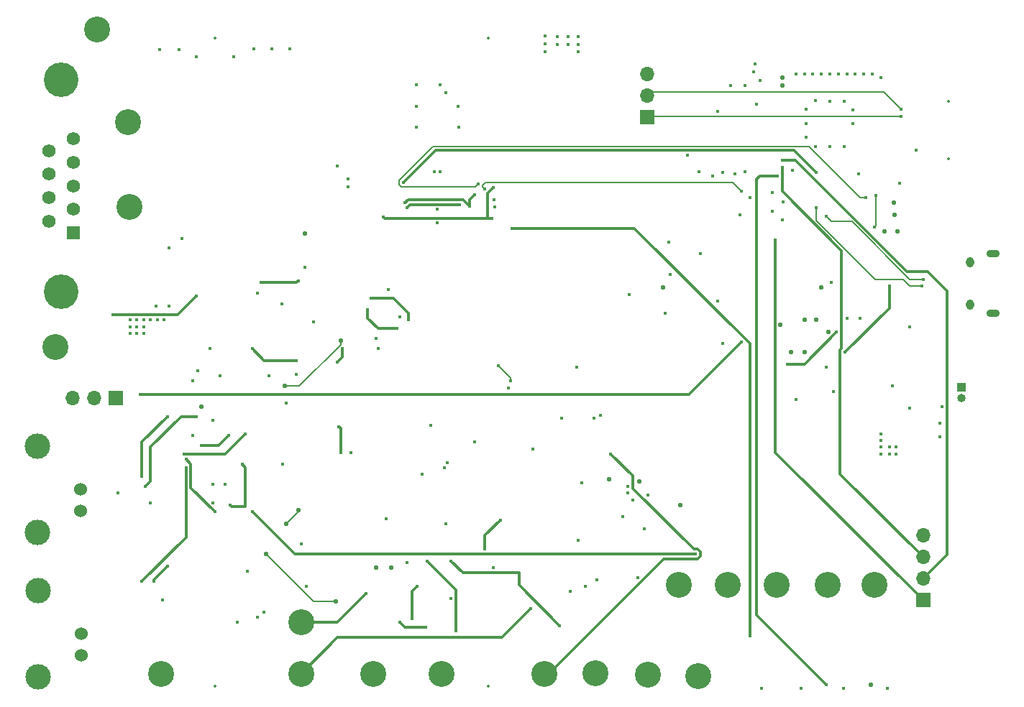
<source format=gbl>
%TF.GenerationSoftware,KiCad,Pcbnew,9.0.0*%
%TF.CreationDate,2025-02-25T12:17:52-05:00*%
%TF.ProjectId,kicad_pulse_supply-rev-C,6b696361-645f-4707-956c-73655f737570,rev?*%
%TF.SameCoordinates,Original*%
%TF.FileFunction,Copper,L4,Bot*%
%TF.FilePolarity,Positive*%
%FSLAX46Y46*%
G04 Gerber Fmt 4.6, Leading zero omitted, Abs format (unit mm)*
G04 Created by KiCad (PCBNEW 9.0.0) date 2025-02-25 12:17:52*
%MOMM*%
%LPD*%
G01*
G04 APERTURE LIST*
%TA.AperFunction,ComponentPad*%
%ADD10R,1.575000X1.575000*%
%TD*%
%TA.AperFunction,ComponentPad*%
%ADD11C,1.575000*%
%TD*%
%TA.AperFunction,ComponentPad*%
%ADD12C,4.066000*%
%TD*%
%TA.AperFunction,HeatsinkPad*%
%ADD13O,1.550000X0.890000*%
%TD*%
%TA.AperFunction,HeatsinkPad*%
%ADD14O,0.950000X1.250000*%
%TD*%
%TA.AperFunction,ComponentPad*%
%ADD15C,3.048000*%
%TD*%
%TA.AperFunction,ComponentPad*%
%ADD16R,1.700000X1.700000*%
%TD*%
%TA.AperFunction,ComponentPad*%
%ADD17O,1.700000X1.700000*%
%TD*%
%TA.AperFunction,WasherPad*%
%ADD18C,3.000000*%
%TD*%
%TA.AperFunction,ComponentPad*%
%ADD19C,1.524000*%
%TD*%
%TA.AperFunction,ComponentPad*%
%ADD20R,1.000000X1.000000*%
%TD*%
%TA.AperFunction,ComponentPad*%
%ADD21O,1.000000X1.000000*%
%TD*%
%TA.AperFunction,ViaPad*%
%ADD22C,0.550000*%
%TD*%
%TA.AperFunction,ViaPad*%
%ADD23C,0.450000*%
%TD*%
%TA.AperFunction,Conductor*%
%ADD24C,0.200000*%
%TD*%
%TA.AperFunction,Conductor*%
%ADD25C,0.300000*%
%TD*%
%ADD26C,0.250000*%
%ADD27C,0.150000*%
%ADD28C,0.350000*%
%ADD29O,1.150000X0.500000*%
%ADD30O,0.550000X0.850000*%
G04 APERTURE END LIST*
D10*
%TO.P,J7,1*%
%TO.N,/Switching FET/DUT+*%
X55286000Y-98513000D03*
D11*
%TO.P,J7,2*%
X55286000Y-95743000D03*
%TO.P,J7,3*%
X55286000Y-92973000D03*
%TO.P,J7,4*%
X55286000Y-90203000D03*
%TO.P,J7,5*%
X55286000Y-87433000D03*
%TO.P,J7,6*%
%TO.N,/Switching FET/ DUT-*%
X52446000Y-97128000D03*
%TO.P,J7,7*%
X52446000Y-94358000D03*
%TO.P,J7,8*%
X52446000Y-91588000D03*
%TO.P,J7,9*%
X52446000Y-88818000D03*
D12*
%TO.P,J7,S1,SHIELD*%
%TO.N,GND*%
X53866000Y-80478000D03*
%TO.P,J7,S2,SHIELD__1*%
X53866000Y-105468000D03*
%TD*%
D13*
%TO.P,J1,6,Shield*%
%TO.N,GND*%
X163566000Y-100978000D03*
D14*
X160866000Y-101978000D03*
X160866000Y-106978000D03*
D13*
X163566000Y-107978000D03*
%TD*%
D15*
%TO.P,TP14,1,1*%
%TO.N,GND*%
X149616000Y-139978000D03*
%TD*%
%TO.P,TP37,1,1*%
%TO.N,Net-(C46-Pad1)*%
X128866000Y-150728000D03*
%TD*%
%TO.P,TP12,1,1*%
%TO.N,/Switching FET/vgate*%
X53166000Y-111978000D03*
%TD*%
D16*
%TO.P,J4,1,Pin_1*%
%TO.N,ESP_GPIO8*%
X155366000Y-141778000D03*
D17*
%TO.P,J4,2,Pin_2*%
%TO.N,ESP_GPIO9*%
X155366000Y-139238000D03*
%TO.P,J4,3,Pin_3*%
%TO.N,ESP_GPIO10*%
X155366000Y-136698000D03*
%TO.P,J4,4,Pin_4*%
%TO.N,GND*%
X155366000Y-134158000D03*
%TD*%
D15*
%TO.P,TP28,1,1*%
%TO.N,CS_10A*%
X138116000Y-139978000D03*
%TD*%
%TO.P,TP22,1,1*%
%TO.N,CS_5A*%
X132366000Y-139978000D03*
%TD*%
D18*
%TO.P,J6,*%
%TO.N,*%
X51036000Y-123648000D03*
X51036000Y-133808000D03*
D19*
%TO.P,J6,1,In*%
%TO.N,Net-(J6-In)*%
X56116000Y-128728000D03*
%TO.P,J6,2,Ext*%
%TO.N,GND*%
X56116000Y-131268000D03*
%TD*%
D18*
%TO.P,J5,*%
%TO.N,*%
X51116000Y-140648000D03*
X51116000Y-150808000D03*
D19*
%TO.P,J5,1,In*%
%TO.N,/Switching FET/sig_ext*%
X56196000Y-145728000D03*
%TO.P,J5,2,Ext*%
%TO.N,GND*%
X56196000Y-148268000D03*
%TD*%
D15*
%TO.P,TP13,1,1*%
%TO.N,/Switching FET/sig_ext*%
X65616000Y-150478000D03*
%TD*%
%TO.P,TP30,1,1*%
%TO.N,CS_20A*%
X144116000Y-139978000D03*
%TD*%
%TO.P,TP9,1,1*%
%TO.N,GND*%
X98616000Y-150478000D03*
%TD*%
D16*
%TO.P,JP2,1,A*%
%TO.N,GATE_DRV*%
X60291000Y-117978000D03*
D17*
%TO.P,JP2,2,C*%
%TO.N,/Switching FET/in+*%
X57751000Y-117978000D03*
%TO.P,JP2,3,B*%
%TO.N,/Switching FET/sig_ext*%
X55211000Y-117978000D03*
%TD*%
D15*
%TO.P,TP36,1,1*%
%TO.N,Net-(C43-Pad1)*%
X122966000Y-150578000D03*
%TD*%
%TO.P,TP8,1,1*%
%TO.N,Net-(JP1-B)*%
X58066000Y-74578000D03*
%TD*%
%TO.P,TP33,1,1*%
%TO.N,/Peak Detection/PEAK_OPT*%
X82116000Y-150478000D03*
%TD*%
%TO.P,TP11,1,1*%
%TO.N,/Switching FET/ DUT-*%
X61866000Y-95478000D03*
%TD*%
%TO.P,TP32,1,1*%
%TO.N,Net-(C37-Pad1)*%
X116766000Y-150378000D03*
%TD*%
%TO.P,TP34,1,1*%
%TO.N,Net-(J6-In)*%
X90616000Y-150478000D03*
%TD*%
D16*
%TO.P,J3,1,Pin_1*%
%TO.N,/ESP32/TXD0*%
X122866000Y-84918000D03*
D17*
%TO.P,J3,2,Pin_2*%
%TO.N,/ESP32/RXD0*%
X122866000Y-82378000D03*
%TO.P,J3,3,Pin_3*%
%TO.N,GND*%
X122866000Y-79838000D03*
%TD*%
D20*
%TO.P,J2,1,Pin_1*%
%TO.N,Net-(J2-Pin_1)*%
X159866000Y-116708000D03*
D21*
%TO.P,J2,2,Pin_2*%
%TO.N,GND*%
X159866000Y-117978000D03*
%TD*%
D15*
%TO.P,TP10,1,1*%
%TO.N,/Switching FET/DUT+*%
X61766000Y-85478000D03*
%TD*%
%TO.P,TP35,1,1*%
%TO.N,Net-(U12A-+)*%
X82166000Y-144378000D03*
%TD*%
%TO.P,TP31,1,1*%
%TO.N,Net-(C34-Pad1)*%
X110766000Y-150478000D03*
%TD*%
%TO.P,TP18,1,1*%
%TO.N,CS_1A*%
X126616000Y-139978000D03*
%TD*%
D22*
%TO.N,+3V3*%
X118366000Y-127578000D03*
X143366000Y-104978000D03*
X151866000Y-94978000D03*
X144166000Y-110178000D03*
X141366000Y-112578000D03*
X124766000Y-104978000D03*
X150766000Y-98378000D03*
X138766000Y-80178000D03*
X151966000Y-96378000D03*
X139766000Y-112578000D03*
X149166000Y-151778000D03*
X121966000Y-127778000D03*
X152366000Y-98378000D03*
X138766000Y-81178000D03*
X126766000Y-130578000D03*
X82566000Y-98578000D03*
D23*
%TO.N,/ESP32/RESET*%
X134966000Y-94378000D03*
X150366000Y-80178000D03*
D22*
%TO.N,Net-(U6C-V+)*%
X80166000Y-116578000D03*
D23*
X68366000Y-124578000D03*
D22*
X86766000Y-111178000D03*
D23*
X75566000Y-122178000D03*
%TO.N,Net-(D13-K)*%
X86766000Y-124378000D03*
X86566000Y-121378000D03*
%TO.N,GNDA*%
X104766000Y-93178000D03*
X104566000Y-96778000D03*
X91816000Y-96628000D03*
%TO.N,Net-(D11-K)*%
X106766000Y-115978000D03*
X105366000Y-114178000D03*
%TO.N,/Peak Detection/PEAK_OPT*%
X109166000Y-142778000D03*
%TO.N,/I2C Voltage Supply/VCC*%
X106966000Y-97978000D03*
X101966000Y-95378000D03*
X102566000Y-93978000D03*
X134966000Y-145978000D03*
X94358706Y-94970706D03*
%TO.N,Net-(U9A-+)*%
X66366000Y-120178000D03*
X63366000Y-127178000D03*
%TO.N,Net-(U8B--)*%
X73566000Y-122378000D03*
X71966000Y-131378000D03*
X68566000Y-125178000D03*
X70366000Y-123578000D03*
%TO.N,Net-(D19-A)*%
X64766000Y-139578000D03*
X66366000Y-137778000D03*
%TO.N,/ESP32/BOOT0*%
X139966000Y-91178000D03*
X131766000Y-111578000D03*
%TO.N,/ESP32/TXD0*%
X152766000Y-84778000D03*
%TO.N,/ESP32/RXD0*%
X152766000Y-83978000D03*
%TO.N,Net-(U7A-+)*%
X76366000Y-112178000D03*
X81566000Y-113578000D03*
%TO.N,Net-(J6-In)*%
X95166000Y-143978000D03*
X95766000Y-140178000D03*
%TO.N,/Switching FET/in+*%
X69766000Y-105978000D03*
X59966000Y-108178000D03*
%TO.N,GATE_DRV*%
X63166000Y-117578000D03*
X133966000Y-111378000D03*
%TO.N,ESP_ADC1_CH3*%
X131166000Y-84178000D03*
X102566000Y-123178000D03*
%TO.N,SDA*%
X147766000Y-91578000D03*
X103766000Y-93378000D03*
X133966000Y-93578000D03*
%TO.N,SCL*%
X149766000Y-94078000D03*
X149616000Y-97828000D03*
X102966000Y-92778000D03*
X148566000Y-94378000D03*
%TO.N,ESP_ADC1_CH1*%
X120766000Y-105778000D03*
X135766000Y-83378000D03*
%TO.N,ESP_GPIO8*%
X137966000Y-99378000D03*
%TO.N,EN{slash}UVLO*%
X133766000Y-96378000D03*
X137566000Y-95978000D03*
%TO.N,ESP_GPIO10*%
X138766000Y-90778000D03*
%TO.N,/ESP32/USB_D+*%
X143966000Y-96578000D03*
X155366000Y-103978000D03*
%TO.N,CS_1A*%
X94766000Y-108778000D03*
X90366000Y-106178000D03*
%TO.N,ESP_ADC1_CH6*%
X121766000Y-139178000D03*
X133166000Y-91578000D03*
%TO.N,ESP_ADC1_CH5*%
X130566000Y-91778000D03*
X82766000Y-140178000D03*
%TO.N,CS_5A*%
X86366000Y-113778000D03*
X86966000Y-112178000D03*
%TO.N,Net-(U12A-+)*%
X89766000Y-140978000D03*
D22*
%TO.N,CS_10A*%
X77966000Y-136378000D03*
X86166000Y-141978000D03*
D23*
X75166000Y-125778000D03*
X73766000Y-130578000D03*
%TO.N,CS_20A*%
X63366000Y-139578000D03*
X76366000Y-131378000D03*
X128566000Y-136378000D03*
X68566000Y-126178000D03*
%TO.N,/ESP32/USB_D-*%
X155166000Y-104778000D03*
X142766000Y-95578000D03*
%TO.N,ESP_ADC1_CH4*%
X99166000Y-132778000D03*
X127566000Y-89378000D03*
%TO.N,ESP_GPIO9*%
X138766000Y-89978000D03*
%TO.N,Net-(RN1A-RG1)*%
X77366000Y-104378000D03*
X81766000Y-104178000D03*
%TO.N,Net-(U6B--)*%
X93366000Y-109778000D03*
X89966000Y-107578000D03*
%TO.N,GND*%
X97366000Y-121178000D03*
X152166000Y-124578000D03*
X153766000Y-109578000D03*
X134366000Y-91278000D03*
X66566000Y-107178000D03*
X113511000Y-76284800D03*
X147066000Y-84028000D03*
D22*
X141366000Y-108778000D03*
D23*
X87666000Y-92128000D03*
X144566000Y-104378000D03*
X135366000Y-79578000D03*
X74566000Y-144378000D03*
X77766000Y-143178000D03*
X120566000Y-129178000D03*
X72566000Y-115378000D03*
X95666000Y-81078000D03*
X99766000Y-141578000D03*
X69966000Y-114778000D03*
X79866000Y-106878000D03*
X114566000Y-114378000D03*
X82566000Y-102578000D03*
X150366000Y-122978000D03*
X98116000Y-97305400D03*
X113511000Y-75384800D03*
X150366000Y-124578000D03*
X79966000Y-125778000D03*
X141566000Y-87278000D03*
X62766000Y-109578000D03*
X125566000Y-103378000D03*
X143966000Y-114378000D03*
X78666000Y-76828000D03*
X124966000Y-107978000D03*
X141366000Y-79778000D03*
X65966000Y-108778000D03*
X67716000Y-76878000D03*
X134366000Y-81178000D03*
X122566000Y-133378000D03*
X150366000Y-123778000D03*
X98466000Y-91278000D03*
X71366000Y-112178000D03*
X91166000Y-112178000D03*
X78366000Y-115378000D03*
D22*
X138566000Y-109378000D03*
D23*
X149366000Y-79778000D03*
X138866000Y-94878000D03*
X69366000Y-115978000D03*
X140966000Y-152178000D03*
X65166000Y-108778000D03*
X117366000Y-119978000D03*
X141566000Y-83978000D03*
X122966000Y-129378000D03*
X87966000Y-124378000D03*
X150366000Y-122178000D03*
X100566000Y-83578000D03*
X114711000Y-75384800D03*
D22*
X90966000Y-137978000D03*
D23*
X114766000Y-134778000D03*
X76516000Y-76828000D03*
X144766000Y-117178000D03*
X145966000Y-152178000D03*
X65766000Y-141778000D03*
X140366000Y-79778000D03*
X115166000Y-127978000D03*
X128966000Y-91278000D03*
X104916000Y-95428000D03*
X99366000Y-125578000D03*
X62766000Y-110378000D03*
X76966000Y-105578000D03*
X112261000Y-75384800D03*
X119966000Y-131978000D03*
X151766000Y-116578000D03*
X151366000Y-124578000D03*
X99166000Y-81978000D03*
X142716000Y-82928000D03*
X63566000Y-108778000D03*
X114711000Y-76284800D03*
X131166000Y-106578000D03*
X92166000Y-132178000D03*
X142666000Y-88378000D03*
X97766000Y-91278000D03*
X100666000Y-86078000D03*
X116566000Y-120378000D03*
X113766000Y-140778000D03*
X144366000Y-88378000D03*
X157366000Y-122578000D03*
X98121000Y-95705400D03*
X132666000Y-81178000D03*
X157366000Y-120978000D03*
X93766000Y-108378000D03*
X104766000Y-137978000D03*
X65466000Y-76878000D03*
X96366000Y-126978000D03*
X98966000Y-126178000D03*
X112261000Y-76284800D03*
X87666000Y-93078000D03*
X146066000Y-82978000D03*
X146366000Y-108578000D03*
X136166000Y-80578000D03*
X98466000Y-81078000D03*
X140366000Y-118178000D03*
X80366000Y-118578000D03*
X75766000Y-138378000D03*
X148366000Y-79778000D03*
X114761000Y-77134800D03*
X68066000Y-99178000D03*
X131716000Y-91378000D03*
X144366000Y-79778000D03*
X147366000Y-79778000D03*
X73166000Y-128178000D03*
D22*
X70366000Y-118978000D03*
D23*
X69366000Y-122378000D03*
X151366000Y-123778000D03*
X71766000Y-128178000D03*
X146066000Y-88378000D03*
X94566000Y-137378000D03*
X64366000Y-130378000D03*
X66566000Y-100278000D03*
X82166000Y-135178000D03*
X110861000Y-77134800D03*
X61966000Y-108778000D03*
X115566000Y-140178000D03*
X95666000Y-83578000D03*
X129166000Y-100978000D03*
X116966000Y-139378000D03*
X144366000Y-82978000D03*
X120566000Y-128378000D03*
X92366000Y-105178000D03*
X152566000Y-92678000D03*
X147966000Y-108578000D03*
X154566000Y-88778000D03*
X125366000Y-99578000D03*
X141566000Y-85678000D03*
X157566000Y-118978000D03*
X137566000Y-93778000D03*
X61966000Y-109578000D03*
X138766000Y-96978000D03*
D22*
X142766000Y-108778000D03*
D23*
X61966000Y-110378000D03*
D22*
X92766000Y-137978000D03*
D23*
X135566000Y-78578000D03*
X65066000Y-107178000D03*
X104866000Y-94578000D03*
X121166000Y-129978000D03*
X71766000Y-130378000D03*
X62766000Y-108778000D03*
X76966000Y-143778000D03*
X110861000Y-75334800D03*
X106566000Y-116778000D03*
X151166000Y-152178000D03*
X86416000Y-90628000D03*
X146366000Y-79778000D03*
X63566000Y-109578000D03*
X153766000Y-119178000D03*
X145366000Y-79778000D03*
X95666000Y-86078000D03*
X147066000Y-85678000D03*
X64366000Y-108778000D03*
X152166000Y-123778000D03*
X74166000Y-77778000D03*
X110861000Y-76234800D03*
X143366000Y-79778000D03*
X112766000Y-120378000D03*
X69766000Y-77778000D03*
X142366000Y-79778000D03*
X90966000Y-110978000D03*
X63566000Y-110378000D03*
X80816000Y-76828000D03*
X136366000Y-152178000D03*
%TO.N,Net-(C34-Pad1)*%
X118566000Y-124578000D03*
%TO.N,Net-(C43-Pad1)*%
X96966000Y-137178000D03*
X100366000Y-145378000D03*
%TO.N,Net-(D7-A)*%
X143966000Y-151778000D03*
X138166000Y-91778000D03*
%TO.N,Net-(D15-A)*%
X103766000Y-135778000D03*
X105566000Y-132378000D03*
D22*
%TO.N,Net-(D17-A)*%
X81766000Y-131178000D03*
X80366000Y-132778000D03*
D23*
%TO.N,Net-(U4-EN)*%
X151366000Y-104778000D03*
X146166000Y-112578000D03*
%TO.N,TPS_FAULT_INT*%
X94166000Y-92578000D03*
X142766000Y-91378000D03*
%TO.N,Net-(U15-EXTVCC)*%
X100766000Y-95178000D03*
X94566000Y-95578000D03*
%TO.N,Net-(C37-Pad1)*%
X112566000Y-144778000D03*
X99766000Y-137178000D03*
%TO.N,Net-(C46-Pad1)*%
X96766000Y-144978000D03*
X93766000Y-144378000D03*
%TO.N,Net-(R10-Pad2)*%
X145166000Y-110178000D03*
X139366000Y-113978000D03*
%TO.N,Net-(U6C-V-)*%
X83566000Y-108978000D03*
X109366000Y-123978000D03*
X71766000Y-120578000D03*
X60566000Y-129178000D03*
X81566000Y-115178000D03*
X69766000Y-120178000D03*
X63766000Y-128378000D03*
%TD*%
D24*
%TO.N,Net-(U6C-V+)*%
X81889440Y-116578000D02*
X86766000Y-111701440D01*
X80166000Y-116578000D02*
X81889440Y-116578000D01*
X86766000Y-111701440D02*
X86766000Y-111178000D01*
D25*
X73166000Y-124578000D02*
X68366000Y-124578000D01*
X75566000Y-122178000D02*
X73166000Y-124578000D01*
%TO.N,Net-(D13-K)*%
X86766000Y-124378000D02*
X86766000Y-121578000D01*
X86766000Y-121578000D02*
X86566000Y-121378000D01*
%TO.N,GNDA*%
X104566000Y-96778000D02*
X91966000Y-96778000D01*
X91966000Y-96778000D02*
X91816000Y-96628000D01*
X104116000Y-96778000D02*
X104566000Y-96778000D01*
X104066000Y-96728000D02*
X104116000Y-96778000D01*
X104766000Y-93178000D02*
X104066000Y-93878000D01*
X104066000Y-93878000D02*
X104066000Y-96728000D01*
D24*
%TO.N,Net-(D11-K)*%
X106766000Y-115578000D02*
X105366000Y-114178000D01*
X106766000Y-115978000D02*
X106766000Y-115578000D01*
D25*
%TO.N,/Peak Detection/PEAK_OPT*%
X109166000Y-142778000D02*
X105766000Y-146178000D01*
X105766000Y-146178000D02*
X86416000Y-146178000D01*
X86416000Y-146178000D02*
X82116000Y-150478000D01*
%TO.N,/I2C Voltage Supply/VCC*%
X101966000Y-95378000D02*
X101966000Y-94578000D01*
X101190000Y-94602000D02*
X94727412Y-94602000D01*
X134966000Y-111563412D02*
X121380588Y-97978000D01*
X101966000Y-94578000D02*
X102566000Y-93978000D01*
X121380588Y-97978000D02*
X106966000Y-97978000D01*
X94727412Y-94602000D02*
X94358706Y-94970706D01*
X101966000Y-95378000D02*
X101190000Y-94602000D01*
X134966000Y-145978000D02*
X134966000Y-111563412D01*
%TO.N,Net-(U9A-+)*%
X63366000Y-123178000D02*
X66366000Y-120178000D01*
X63366000Y-127178000D02*
X63366000Y-123178000D01*
%TO.N,Net-(U8B--)*%
X71966000Y-131378000D02*
X71951412Y-131378000D01*
X71951412Y-131378000D02*
X69142000Y-128568588D01*
X70366000Y-123578000D02*
X72366000Y-123578000D01*
X72366000Y-123578000D02*
X73566000Y-122378000D01*
X69142000Y-128568588D02*
X69142000Y-125754000D01*
X69142000Y-125754000D02*
X68566000Y-125178000D01*
%TO.N,Net-(D19-A)*%
X64766000Y-139578000D02*
X64766000Y-139378000D01*
X64766000Y-139378000D02*
X66366000Y-137778000D01*
D24*
%TO.N,/ESP32/TXD0*%
X123166000Y-84778000D02*
X152766000Y-84778000D01*
%TO.N,/ESP32/RXD0*%
X122866000Y-81938000D02*
X150726000Y-81938000D01*
X150726000Y-81938000D02*
X152766000Y-83978000D01*
D25*
%TO.N,Net-(U7A-+)*%
X81566000Y-113578000D02*
X77766000Y-113578000D01*
X77766000Y-113578000D02*
X76366000Y-112178000D01*
%TO.N,Net-(J6-In)*%
X95166000Y-140778000D02*
X95766000Y-140178000D01*
X95166000Y-143978000D02*
X95166000Y-140778000D01*
%TO.N,/Switching FET/in+*%
X69766000Y-105998654D02*
X69766000Y-105978000D01*
X59966000Y-108178000D02*
X67586654Y-108178000D01*
X67586654Y-108178000D02*
X69766000Y-105998654D01*
%TO.N,GATE_DRV*%
X63166000Y-117578000D02*
X127766000Y-117578000D01*
X127766000Y-117578000D02*
X133966000Y-111378000D01*
D24*
%TO.N,SDA*%
X103764000Y-93378000D02*
X103465000Y-93079000D01*
X103465000Y-93079000D02*
X103465000Y-92929057D01*
X103766000Y-93378000D02*
X103764000Y-93378000D01*
X132965000Y-92577000D02*
X133966000Y-93578000D01*
X103817057Y-92577000D02*
X132965000Y-92577000D01*
X103465000Y-92929057D02*
X103817057Y-92577000D01*
%TO.N,SCL*%
X97625523Y-88374600D02*
X141918723Y-88374600D01*
X93640000Y-92795877D02*
X93640000Y-92360123D01*
X93948123Y-93104000D02*
X93640000Y-92795877D01*
X149616000Y-97828000D02*
X149766000Y-97678000D01*
X102966000Y-92778000D02*
X102640000Y-93104000D01*
X102640000Y-93104000D02*
X93948123Y-93104000D01*
X93640000Y-92360123D02*
X97625523Y-88374600D01*
X147922123Y-94378000D02*
X148566000Y-94378000D01*
X141918723Y-88374600D02*
X147922123Y-94378000D01*
X149766000Y-97678000D02*
X149766000Y-94078000D01*
D25*
%TO.N,ESP_GPIO8*%
X137966000Y-99378000D02*
X137966000Y-124378000D01*
X137966000Y-124378000D02*
X155366000Y-141778000D01*
%TO.N,ESP_GPIO10*%
X145590000Y-126922000D02*
X155366000Y-136698000D01*
X145766000Y-100621660D02*
X145766000Y-112163412D01*
X145766000Y-112163412D02*
X145590000Y-112339412D01*
X138766000Y-90778000D02*
X138766000Y-93621660D01*
X138766000Y-93621660D02*
X145766000Y-100621660D01*
X145590000Y-112339412D02*
X145590000Y-126922000D01*
D24*
%TO.N,/ESP32/USB_D+*%
X143966000Y-96578000D02*
X144566000Y-97178000D01*
X144566000Y-97178000D02*
X146966000Y-97178000D01*
X153766000Y-103978000D02*
X155366000Y-103978000D01*
X146966000Y-97178000D02*
X153766000Y-103978000D01*
D25*
%TO.N,CS_1A*%
X92966000Y-106178000D02*
X94766000Y-107978000D01*
X90366000Y-106178000D02*
X92966000Y-106178000D01*
X94766000Y-107978000D02*
X94766000Y-108778000D01*
%TO.N,CS_5A*%
X86966000Y-112178000D02*
X86966000Y-113178000D01*
X86966000Y-113178000D02*
X86366000Y-113778000D01*
%TO.N,Net-(U12A-+)*%
X86366000Y-144378000D02*
X82166000Y-144378000D01*
X89766000Y-140978000D02*
X86366000Y-144378000D01*
D24*
%TO.N,CS_10A*%
X83566000Y-141978000D02*
X77966000Y-136378000D01*
D25*
X75566000Y-130778000D02*
X73966000Y-130778000D01*
X73966000Y-130778000D02*
X73766000Y-130578000D01*
X75566000Y-126178000D02*
X75566000Y-130778000D01*
D24*
X86166000Y-141978000D02*
X83566000Y-141978000D01*
D25*
X75166000Y-125778000D02*
X75566000Y-126178000D01*
%TO.N,CS_20A*%
X128566000Y-136378000D02*
X81366000Y-136378000D01*
X81366000Y-136378000D02*
X76366000Y-131378000D01*
X68566000Y-134378000D02*
X68566000Y-126178000D01*
X63366000Y-139578000D02*
X68566000Y-134378000D01*
D24*
%TO.N,/ESP32/USB_D-*%
X142766000Y-97051166D02*
X142766000Y-95578000D01*
X155166000Y-104778000D02*
X153766000Y-104778000D01*
X149692834Y-103978000D02*
X142766000Y-97051166D01*
X152966000Y-103978000D02*
X149692834Y-103978000D01*
X153766000Y-104778000D02*
X152966000Y-103978000D01*
D25*
%TO.N,ESP_GPIO9*%
X153443804Y-103085310D02*
X155873310Y-103085310D01*
X140336494Y-89978000D02*
X153443804Y-103085310D01*
X138766000Y-89978000D02*
X140336494Y-89978000D01*
X155873310Y-103085310D02*
X158142000Y-105354000D01*
X158142000Y-105354000D02*
X158142000Y-136462000D01*
X158142000Y-136462000D02*
X155366000Y-139238000D01*
%TO.N,Net-(RN1A-RG1)*%
X81566000Y-104378000D02*
X81766000Y-104178000D01*
X77366000Y-104378000D02*
X81566000Y-104378000D01*
%TO.N,Net-(U6B--)*%
X91166000Y-109778000D02*
X93366000Y-109778000D01*
X89966000Y-107578000D02*
X89966000Y-108578000D01*
X89966000Y-108578000D02*
X91166000Y-109778000D01*
%TO.N,Net-(C34-Pad1)*%
X129142000Y-136139412D02*
X129142000Y-136616588D01*
X128804588Y-135802000D02*
X129142000Y-136139412D01*
X128327412Y-135802000D02*
X128804588Y-135802000D01*
X121142000Y-127154000D02*
X121142000Y-128616588D01*
X118566000Y-124578000D02*
X121142000Y-127154000D01*
X128804588Y-136954000D02*
X124804588Y-136954000D01*
X121142000Y-128616588D02*
X128327412Y-135802000D01*
X129142000Y-136616588D02*
X128804588Y-136954000D01*
X124804588Y-136954000D02*
X111280588Y-150478000D01*
%TO.N,Net-(C43-Pad1)*%
X100366000Y-145378000D02*
X100366000Y-140578000D01*
X100366000Y-140578000D02*
X96966000Y-137178000D01*
%TO.N,Net-(D7-A)*%
X135766000Y-143578000D02*
X135766000Y-92178000D01*
X135766000Y-92178000D02*
X136166000Y-91778000D01*
X143966000Y-151778000D02*
X135766000Y-143578000D01*
X136166000Y-91778000D02*
X138166000Y-91778000D01*
%TO.N,Net-(D15-A)*%
X103766000Y-135778000D02*
X103766000Y-134178000D01*
X103766000Y-134178000D02*
X105566000Y-132378000D01*
D24*
%TO.N,Net-(D17-A)*%
X81766000Y-131378000D02*
X81766000Y-131178000D01*
X80366000Y-132778000D02*
X81766000Y-131378000D01*
D25*
%TO.N,Net-(U4-EN)*%
X151366000Y-107378000D02*
X146166000Y-112578000D01*
X151366000Y-104778000D02*
X151366000Y-107378000D01*
%TO.N,TPS_FAULT_INT*%
X94166000Y-92578000D02*
X97966000Y-88778000D01*
X140166000Y-88778000D02*
X142766000Y-91378000D01*
X97966000Y-88778000D02*
X140166000Y-88778000D01*
%TO.N,Net-(U15-EXTVCC)*%
X94966000Y-95178000D02*
X100766000Y-95178000D01*
X94566000Y-95578000D02*
X94966000Y-95178000D01*
%TO.N,Net-(C37-Pad1)*%
X112566000Y-144778000D02*
X107766000Y-139978000D01*
X107766000Y-138578000D02*
X101166000Y-138578000D01*
X107766000Y-139978000D02*
X107766000Y-138578000D01*
X101166000Y-138578000D02*
X99766000Y-137178000D01*
%TO.N,Net-(C46-Pad1)*%
X94366000Y-144978000D02*
X93766000Y-144378000D01*
X96766000Y-144978000D02*
X94366000Y-144978000D01*
%TO.N,Net-(R10-Pad2)*%
X145166000Y-110178000D02*
X141366000Y-113978000D01*
X141366000Y-113978000D02*
X139366000Y-113978000D01*
%TO.N,Net-(U6C-V-)*%
X64366000Y-127778000D02*
X64366000Y-123778000D01*
X63766000Y-128378000D02*
X64366000Y-127778000D01*
X67966000Y-120178000D02*
X69766000Y-120178000D01*
X64366000Y-123778000D02*
X67966000Y-120178000D01*
%TD*%
D26*
X118366000Y-127578000D03*
X143366000Y-104978000D03*
X151866000Y-94978000D03*
X144166000Y-110178000D03*
X141366000Y-112578000D03*
X124766000Y-104978000D03*
X150766000Y-98378000D03*
X138766000Y-80178000D03*
X151966000Y-96378000D03*
X139766000Y-112578000D03*
X149166000Y-151778000D03*
X121966000Y-127778000D03*
X152366000Y-98378000D03*
X138766000Y-81178000D03*
X126766000Y-130578000D03*
X82566000Y-98578000D03*
D27*
X134966000Y-94378000D03*
X150366000Y-80178000D03*
D26*
X80166000Y-116578000D03*
D27*
X68366000Y-124578000D03*
D26*
X86766000Y-111178000D03*
D27*
X75566000Y-122178000D03*
X86766000Y-124378000D03*
X86566000Y-121378000D03*
X104766000Y-93178000D03*
X104566000Y-96778000D03*
X91816000Y-96628000D03*
X106766000Y-115978000D03*
X105366000Y-114178000D03*
X109166000Y-142778000D03*
X106966000Y-97978000D03*
X101966000Y-95378000D03*
X102566000Y-93978000D03*
X134966000Y-145978000D03*
X94358706Y-94970706D03*
X66366000Y-120178000D03*
X63366000Y-127178000D03*
X73566000Y-122378000D03*
X71966000Y-131378000D03*
X68566000Y-125178000D03*
X70366000Y-123578000D03*
X64766000Y-139578000D03*
X66366000Y-137778000D03*
X139966000Y-91178000D03*
X131766000Y-111578000D03*
X152766000Y-84778000D03*
X152766000Y-83978000D03*
X76366000Y-112178000D03*
X81566000Y-113578000D03*
X95166000Y-143978000D03*
X95766000Y-140178000D03*
X69766000Y-105978000D03*
X59966000Y-108178000D03*
X63166000Y-117578000D03*
X133966000Y-111378000D03*
X131166000Y-84178000D03*
X102566000Y-123178000D03*
X147766000Y-91578000D03*
X103766000Y-93378000D03*
X133966000Y-93578000D03*
X149766000Y-94078000D03*
X149616000Y-97828000D03*
X102966000Y-92778000D03*
X148566000Y-94378000D03*
X120766000Y-105778000D03*
X135766000Y-83378000D03*
X137966000Y-99378000D03*
X133766000Y-96378000D03*
X137566000Y-95978000D03*
X138766000Y-90778000D03*
X143966000Y-96578000D03*
X155366000Y-103978000D03*
X94766000Y-108778000D03*
X90366000Y-106178000D03*
X121766000Y-139178000D03*
X133166000Y-91578000D03*
X130566000Y-91778000D03*
X82766000Y-140178000D03*
X86366000Y-113778000D03*
X86966000Y-112178000D03*
X89766000Y-140978000D03*
D26*
X77966000Y-136378000D03*
X86166000Y-141978000D03*
D27*
X75166000Y-125778000D03*
X73766000Y-130578000D03*
X63366000Y-139578000D03*
X76366000Y-131378000D03*
X128566000Y-136378000D03*
X68566000Y-126178000D03*
X155166000Y-104778000D03*
X142766000Y-95578000D03*
X99166000Y-132778000D03*
X127566000Y-89378000D03*
X138766000Y-89978000D03*
X77366000Y-104378000D03*
X81766000Y-104178000D03*
X93366000Y-109778000D03*
X89966000Y-107578000D03*
X97366000Y-121178000D03*
X152166000Y-124578000D03*
X153766000Y-109578000D03*
X134366000Y-91278000D03*
X66566000Y-107178000D03*
X113511000Y-76284800D03*
X147066000Y-84028000D03*
D26*
X141366000Y-108778000D03*
D27*
X87666000Y-92128000D03*
X144566000Y-104378000D03*
X135366000Y-79578000D03*
X74566000Y-144378000D03*
X77766000Y-143178000D03*
X120566000Y-129178000D03*
X72566000Y-115378000D03*
X95666000Y-81078000D03*
X99766000Y-141578000D03*
X69966000Y-114778000D03*
X79866000Y-106878000D03*
X114566000Y-114378000D03*
X82566000Y-102578000D03*
X150366000Y-122978000D03*
X98116000Y-97305400D03*
X113511000Y-75384800D03*
X150366000Y-124578000D03*
X79966000Y-125778000D03*
X141566000Y-87278000D03*
X62766000Y-109578000D03*
X125566000Y-103378000D03*
X143966000Y-114378000D03*
X78666000Y-76828000D03*
X124966000Y-107978000D03*
X141366000Y-79778000D03*
X65966000Y-108778000D03*
X67716000Y-76878000D03*
X134366000Y-81178000D03*
X122566000Y-133378000D03*
X150366000Y-123778000D03*
X98466000Y-91278000D03*
X71366000Y-112178000D03*
X91166000Y-112178000D03*
X78366000Y-115378000D03*
D26*
X138566000Y-109378000D03*
D27*
X149366000Y-79778000D03*
X138866000Y-94878000D03*
X69366000Y-115978000D03*
X140966000Y-152178000D03*
X65166000Y-108778000D03*
X117366000Y-119978000D03*
X141566000Y-83978000D03*
X122966000Y-129378000D03*
X87966000Y-124378000D03*
X150366000Y-122178000D03*
X100566000Y-83578000D03*
X114711000Y-75384800D03*
D26*
X90966000Y-137978000D03*
D27*
X114766000Y-134778000D03*
X76516000Y-76828000D03*
X144766000Y-117178000D03*
X145966000Y-152178000D03*
X65766000Y-141778000D03*
X140366000Y-79778000D03*
X115166000Y-127978000D03*
X128966000Y-91278000D03*
X104916000Y-95428000D03*
X99366000Y-125578000D03*
X62766000Y-110378000D03*
X76966000Y-105578000D03*
X112261000Y-75384800D03*
X119966000Y-131978000D03*
X151766000Y-116578000D03*
X151366000Y-124578000D03*
X99166000Y-81978000D03*
X142716000Y-82928000D03*
X63566000Y-108778000D03*
X114711000Y-76284800D03*
X131166000Y-106578000D03*
X92166000Y-132178000D03*
X142666000Y-88378000D03*
X97766000Y-91278000D03*
X100666000Y-86078000D03*
X116566000Y-120378000D03*
X113766000Y-140778000D03*
X144366000Y-88378000D03*
X157366000Y-122578000D03*
X98121000Y-95705400D03*
X132666000Y-81178000D03*
X157366000Y-120978000D03*
X93766000Y-108378000D03*
X104766000Y-137978000D03*
X65466000Y-76878000D03*
X96366000Y-126978000D03*
X98966000Y-126178000D03*
X112261000Y-76284800D03*
X87666000Y-93078000D03*
X146066000Y-82978000D03*
X146366000Y-108578000D03*
X136166000Y-80578000D03*
X98466000Y-81078000D03*
X140366000Y-118178000D03*
X80366000Y-118578000D03*
X75766000Y-138378000D03*
X148366000Y-79778000D03*
X114761000Y-77134800D03*
X68066000Y-99178000D03*
X131716000Y-91378000D03*
X144366000Y-79778000D03*
X147366000Y-79778000D03*
X73166000Y-128178000D03*
D26*
X70366000Y-118978000D03*
D27*
X69366000Y-122378000D03*
X151366000Y-123778000D03*
X71766000Y-128178000D03*
X146066000Y-88378000D03*
X94566000Y-137378000D03*
X64366000Y-130378000D03*
X66566000Y-100278000D03*
X82166000Y-135178000D03*
X110861000Y-77134800D03*
X61966000Y-108778000D03*
X115566000Y-140178000D03*
X95666000Y-83578000D03*
X129166000Y-100978000D03*
X116966000Y-139378000D03*
X144366000Y-82978000D03*
X120566000Y-128378000D03*
X92366000Y-105178000D03*
X152566000Y-92678000D03*
X147966000Y-108578000D03*
X154566000Y-88778000D03*
X125366000Y-99578000D03*
X141566000Y-85678000D03*
X157566000Y-118978000D03*
X137566000Y-93778000D03*
X61966000Y-109578000D03*
X138766000Y-96978000D03*
D26*
X142766000Y-108778000D03*
D27*
X61966000Y-110378000D03*
D26*
X92766000Y-137978000D03*
D27*
X135566000Y-78578000D03*
X65066000Y-107178000D03*
X104866000Y-94578000D03*
X121166000Y-129978000D03*
X71766000Y-130378000D03*
X62766000Y-108778000D03*
X76966000Y-143778000D03*
X110861000Y-75334800D03*
X106566000Y-116778000D03*
X151166000Y-152178000D03*
X86416000Y-90628000D03*
X146366000Y-79778000D03*
X63566000Y-109578000D03*
X153766000Y-119178000D03*
X145366000Y-79778000D03*
X95666000Y-86078000D03*
X147066000Y-85678000D03*
X64366000Y-108778000D03*
X152166000Y-123778000D03*
X74166000Y-77778000D03*
X110861000Y-76234800D03*
X143366000Y-79778000D03*
X112766000Y-120378000D03*
X69766000Y-77778000D03*
X142366000Y-79778000D03*
X90966000Y-110978000D03*
X63566000Y-110378000D03*
X80816000Y-76828000D03*
X136366000Y-152178000D03*
X118566000Y-124578000D03*
X96966000Y-137178000D03*
X100366000Y-145378000D03*
X143966000Y-151778000D03*
X138166000Y-91778000D03*
X103766000Y-135778000D03*
X105566000Y-132378000D03*
D26*
X81766000Y-131178000D03*
X80366000Y-132778000D03*
D27*
X151366000Y-104778000D03*
X146166000Y-112578000D03*
X94166000Y-92578000D03*
X142766000Y-91378000D03*
X100766000Y-95178000D03*
X94566000Y-95578000D03*
X112566000Y-144778000D03*
X99766000Y-137178000D03*
X96766000Y-144978000D03*
X93766000Y-144378000D03*
X145166000Y-110178000D03*
X139366000Y-113978000D03*
X83566000Y-108978000D03*
X109366000Y-123978000D03*
X71766000Y-120578000D03*
X60566000Y-129178000D03*
X81566000Y-115178000D03*
X69766000Y-120178000D03*
X63766000Y-128378000D03*
D28*
X55286000Y-98513000D03*
X55286000Y-95743000D03*
X55286000Y-92973000D03*
X55286000Y-90203000D03*
X55286000Y-87433000D03*
X52446000Y-97128000D03*
X52446000Y-94358000D03*
X52446000Y-91588000D03*
X52446000Y-88818000D03*
X53866000Y-80478000D03*
X53866000Y-105468000D03*
D29*
X163566000Y-100978000D03*
D30*
X160866000Y-101978000D03*
X160866000Y-106978000D03*
D29*
X163566000Y-107978000D03*
D28*
X149616000Y-139978000D03*
X128866000Y-150728000D03*
X53166000Y-111978000D03*
X155366000Y-141778000D03*
X155366000Y-139238000D03*
X155366000Y-136698000D03*
X155366000Y-134158000D03*
X138116000Y-139978000D03*
X132366000Y-139978000D03*
X51036000Y-123648000D03*
X51036000Y-133808000D03*
X56116000Y-128728000D03*
X56116000Y-131268000D03*
X51116000Y-140648000D03*
X51116000Y-150808000D03*
X56196000Y-145728000D03*
X56196000Y-148268000D03*
X65616000Y-150478000D03*
X144116000Y-139978000D03*
X98616000Y-150478000D03*
X104116000Y-75528000D03*
X104116000Y-151928000D03*
X60291000Y-117978000D03*
X57751000Y-117978000D03*
X55211000Y-117978000D03*
X122966000Y-150578000D03*
X58066000Y-74578000D03*
X82116000Y-150478000D03*
X61866000Y-95478000D03*
X116766000Y-150378000D03*
X71966000Y-75528000D03*
X90616000Y-150478000D03*
X122866000Y-84918000D03*
X122866000Y-82378000D03*
X122866000Y-79838000D03*
X159866000Y-116708000D03*
X159866000Y-117978000D03*
X158366000Y-82978000D03*
X158366000Y-89778000D03*
X61766000Y-85478000D03*
X82166000Y-144378000D03*
X110766000Y-150478000D03*
X71966000Y-151928000D03*
X126616000Y-139978000D03*
M02*

</source>
